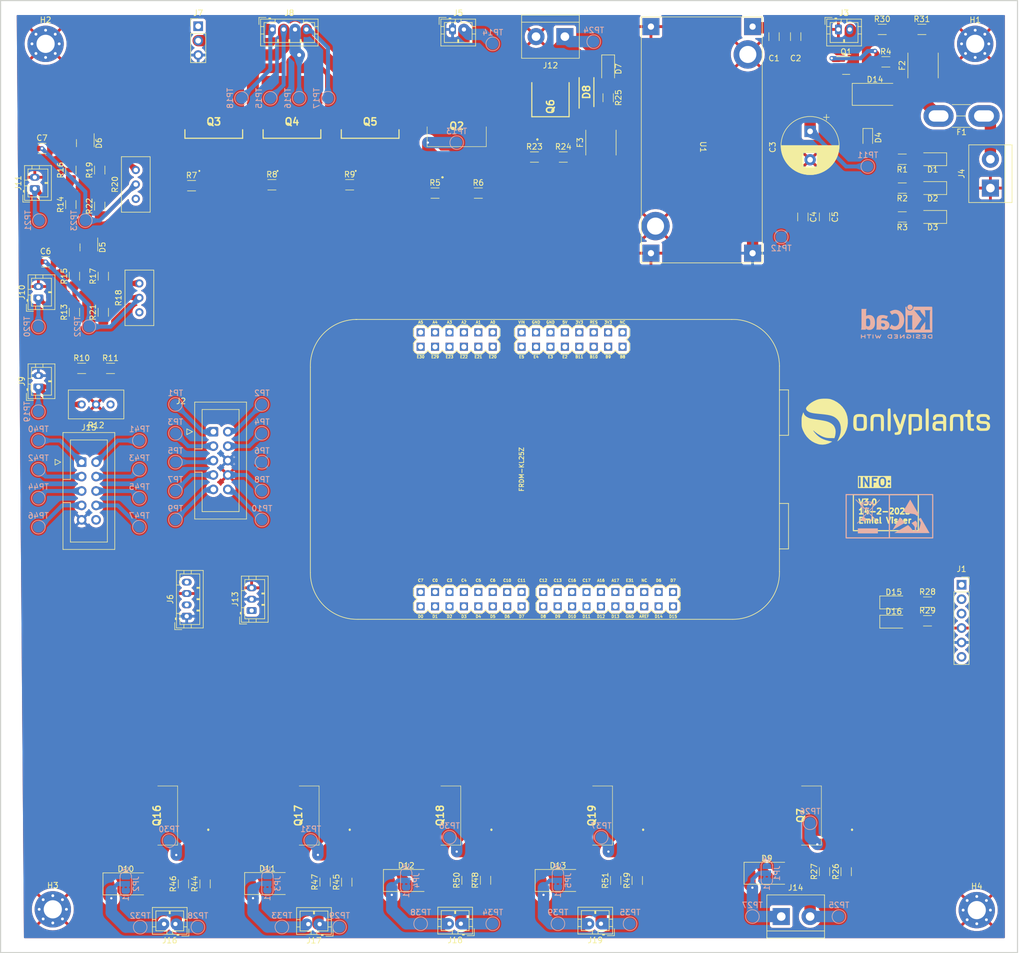
<source format=kicad_pcb>
(kicad_pcb (version 20221018) (generator pcbnew)
  (title_block (title "Greenhouse project FRDM-KL35Z hat") (date "2023-02-18") (rev "V1.0") (company "OnlyPlants") (comment 1 "Author: Emiel Visser"))
  (layers (0 "F.Cu" signal) (31 "B.Cu" signal) (34 "B.Paste" user) (35 "F.Paste" user) (36 "B.SilkS" user "B.Silkscreen") (37 "F.SilkS" user "F.Silkscreen") (38 "B.Mask" user) (39 "F.Mask" user) (44 "Edge.Cuts" user))
  (net 0 "")
  (net 22 "GNDREF")
  (net 23 "Net-(D1-A)")
  (net 24 "+12V")
  (net 25 "/Water/Pump-")
  (net 26 "/Fans/Fan1-")
  (net 27 "/Fans/Fan2-")
  (net 28 "/Fans/Fan3-")
  (net 29 "/Fans/Fan4-")
  (net 30 "THERM1")
  (net 31 "Net-(Q1-G)")
  (net 32 "/OLED_SDA")
  (net 33 "/OLED_SCL")
  (net 34 "Net-(D5-K-Pad3)")
  (net 35 "AHT_SDA")
  (net 36 "AHT_SCL")
  (net 37 "LDR_OUT")
  (net 38 "/Humidifier/MIST-")
  (net 39 "HUM_OUT")
  (net 40 "Net-(D6-K-Pad3)")
  (net 41 "Net-(D7-A)")
  (net 42 "Net-(D8-Pad1)")
  (net 43 "/Heating/BED_OUT")
  (net 44 "Net-(J7-Pin_2)")
  (net 45 "Net-(J8-Pin_3)")
  (net 46 "Net-(D2-A)")
  (net 47 "/Fans/Fan1+")
  (net 48 "/Fans/Fan2+")
  (net 49 "/Fans/Fan3+")
  (net 50 "/Fans/Fan4+")
  (net 51 "+3.3V")
  (net 52 "/BT_STATE")
  (net 53 "Net-(D3-A)")
  (net 54 "/Water/Pump+")
  (net 55 "VDC")
  (net 56 "R_IN")
  (net 57 "G_IN")
  (net 58 "B_IN")
  (net 59 "Net-(F1-Pad2)")
  (net 60 "Net-(J8-Pin_4)")
  (net 61 "/BT_RXD")
  (net 62 "SENS1")
  (net 63 "Net-(J10-Pin_1)")
  (net 64 "SENS2")
  (net 65 "Net-(Q2-Pad1)")
  (net 66 "SENS3")
  (net 67 "Net-(Q6-Pad1)")
  (net 68 "SENS4")
  (net 69 "SENS5")
  (net 70 "SENS6")
  (net 71 "SENS7")
  (net 72 "SENS8")
  (net 73 "MIST_EN")
  (net 74 "HEATER_IN")
  (net 75 "PUMP_IN")
  (net 76 "FAN1_IN")
  (net 77 "FAN2_IN")
  (net 78 "FAN3_IN")
  (net 79 "FAN4_IN")
  (net 80 "Net-(Q7-Pad1)")
  (net 81 "/BT_TXD")
  (net 82 "/BT_EN")
  (net 83 "/Power/BATT_IN")
  (net 84 "Net-(Q16-Pad1)")
  (net 85 "Net-(Q17-Pad1)")
  (net 86 "Net-(Q18-Pad1)")
  (net 87 "Net-(R10-Pad2)")
  (net 88 "Net-(R17-Pad1)")
  (net 89 "Net-(R19-Pad1)")
  (net 90 "Net-(J8-Pin_2)")
  (net 91 "Net-(J11-Pin_1)")
  (net 92 "Net-(Q19-Pad1)")
  (net 93 "+5V")
  (net 95 "Net-(D15-A)")
  (net 96 "Net-(D16-A)")
  (net 97 "/Power/BATT_EN")
  (net 98 "BATT_V")
  (net 99 "THERM2")
  (net 100 "MIST_CLK")
  (net 101 "/SW1_OUT")
  (net 102 "/SW2_OUT")
  (net 103 "/SW3_OUT")
  (net 104 "/SW4_OUT")
  (net 105 "/SW5_OUT")
  (footprint "Diode_SMD:D_SOD-323" (layer "F.Cu") (at 278.13 74.93 -90)
    (fp_text reference "D4")
    (fp_text value "BZX384-A13-QX")
  )
  (footprint "Connector_JST:JST_PH_B2B-PH-K_1x02_P2.00mm_Vertical" (layer "F.Cu") (at 206.47 213.36 180)
    (fp_text reference "J18")
    (fp_text value "Conn_01x02_Socket")
  )
  (footprint "Resistor_SMD:R_1206_3216Metric_Pad1.30x1.75mm_HandSolder" (layer "F.Cu") (at 288.645 160.02)
    (fp_text reference "R29")
    (fp_text value "5k")
  )
  (footprint "TerminalBlock:TerminalBlock_bornier-2_P5.08mm" (layer "F.Cu") (at 299.72 83.82 90)
    (fp_text reference "J4")
    (fp_text value "Screw_Terminal_01x02")
  )
  (footprint "SamacSys_Parts:IRF640S" (layer "F.Cu") (at 162.964 70.541)
    (fp_text reference "Q3")
    (fp_text value "IRF640S" hide)
  )
  (footprint "SamacSys_Parts:IRF2804STRLPBF" (layer "F.Cu") (at 154.94 194.31 90)
    (fp_text reference "Q16")
    (fp_text value "IRLZ44NSTRLPBF" hide)
  )
  (footprint "Resistor_SMD:R_1206_3216Metric_Pad1.30x1.75mm_HandSolder" (layer "F.Cu") (at 201.93 84.7)
    (fp_text reference "R5")
    (fp_text value "2.2k")
  )
  (footprint "LED_SMD:LED_1206_3216Metric_Pad1.42x1.75mm_HandSolder" (layer "F.Cu") (at 289.56 78.74 180)
    (fp_text reference "D1")
    (fp_text value "LED")
  )
  (footprint "Diode_SMD:D_2512_6332Metric_Pad1.52x3.35mm_HandSolder" (layer "F.Cu") (at 172.412441 206.28275)
    (fp_text reference "D11")
    (fp_text value "1N4007")
  )
  (footprint "Resistor_SMD:R_1206_3216Metric_Pad1.30x1.75mm_HandSolder" (layer "F.Cu") (at 224.51 78.35)
    (fp_text reference "R24")
    (fp_text value "12k")
  )
  (footprint "Capacitor_SMD:C_1206_3216Metric_Pad1.33x1.80mm_HandSolder" (layer "F.Cu") (at 265.43 57.15 -90)
    (fp_text reference "C2")
    (fp_text value "10uF")
  )
  (footprint "SamacSys_Parts:IRF640S" (layer "F.Cu") (at 176.732 70.541)
    (fp_text reference "Q4")
    (fp_text value "IRF640S" hide)
  )
  (footprint "Package_TO_SOT_SMD:SOT-23" (layer "F.Cu") (at 140.97 94.26 -90)
    (fp_text reference "D5")
    (fp_text value "BAV99")
  )
  (footprint "Connector_JST:JST_PH_B2B-PH-K_1x02_P2.00mm_Vertical" (layer "F.Cu") (at 231.14 213.36 180)
    (fp_text reference "J19")
    (fp_text value "Conn_01x02_Socket")
  )
  (footprint "Resistor_SMD:R_1206_3216Metric_Pad1.30x1.75mm_HandSolder" (layer "F.Cu") (at 284.2 83.82 180)
    (fp_text reference "R2")
    (fp_text value "4.7k")
  )
  (footprint "Resistor_SMD:R_1206_3216Metric_Pad1.30x1.75mm_HandSolder" (layer "F.Cu") (at 186.382441 206.03275 90)
    (fp_text reference "R45")
    (fp_text value "2.2k")
  )
  (footprint "Resistor_SMD:R_1206_3216Metric_Pad1.30x1.75mm_HandSolder" (layer "F.Cu") (at 210.82 205.71 90)
    (fp_text reference "R48")
    (fp_text value "2.2k")
  )
  (footprint "Package_TO_SOT_SMD:SOT-23" (layer "F.Cu") (at 274.32 62.23)
    (fp_text reference "Q1")
    (fp_text value "AO3401A")
  )
  (footprint "Resistor_SMD:R_1206_3216Metric_Pad1.30x1.75mm_HandSolder" (layer "F.Cu") (at 138.43 99.34 90)
    (fp_text reference "R15")
    (fp_text value "2.37k 1%")
  )
  (footprint "Potentiometer_THT:Potentiometer_Bourns_3296W_Vertical" (layer "F.Cu") (at 149.86 100.61 90)
    (fp_text reference "R18")
    (fp_text value "R_Variable")
  )
  (footprint "TerminalBlock:TerminalBlock_bornier-2_P5.08mm" (layer "F.Cu") (at 224.79 57.15 180)
    (fp_text reference "J12")
    (fp_text value "Screw_Terminal_01x02")
  )
  (footprint "Connector_JST:JST_PH_B2B-PH-K_1x02_P2.00mm_Vertical" (layer "F.Cu") (at 132.08 118.84 90)
    (fp_text reference "J9")
    (fp_text value "Conn_01x02_Socket")
  )
  (footprint "Resistor_SMD:R_1206_3216Metric_Pad1.30x1.75mm_HandSolder" (layer "F.Cu") (at 157.624882 206.33625 90)
    (fp_text reference "R46")
    (fp_text value "10k")
  )
  (footprint "Resistor_SMD:R_1206_3216Metric_Pad1.30x1.75mm_HandSolder" (layer "F.Cu") (at 274.32 204.19 90)
    (fp_text reference "R26")
    (fp_text value "2.2k")
  )
  (footprint "SamacSys_Parts:IRF2804STRLPBF" (layer "F.Cu") (at 179.852441 194.31 90)
    (fp_text reference "Q17")
    (fp_text value "IRLZ44NSTRLPBF" hide)
  )
  (footprint "Capacitor_SMD:C_1206_3216Metric_Pad1.33x1.80mm_HandSolder" (layer "F.Cu") (at 266.7 88.9 -90)
    (fp_text reference "C4")
    (fp_text value "10uF")
  )
  (footprint "MountingHole:MountingHole_3.2mm_M3_Pad_Via" (layer "F.Cu") (at 297.32 210.96)
    (fp_text reference "H4")
    (fp_text value "MountingHole_Pad")
  )
  (footprint "Resistor_SMD:R_1206_3216Metric_Pad1.30x1.75mm_HandSolder" (layer "F.Cu") (at 161.434882 206.33625 90)
    (fp_text reference "R44")
    (fp_text value "2.2k")
  )
  (footprint "Resistor_SMD:R_1206_3216Metric_Pad1.30x1.75mm_HandSolder" (layer "F.Cu") (at 142.88 80.65 90)
    (fp_text reference "R19")
    (fp_text value "2.37k 1%")
  )
  (footprint "MountingHole:MountingHole_3.2mm_M3_Pad_Via" (layer "F.Cu") (at 134.62 210.82)
    (fp_text reference "H3")
    (fp_text value "MountingHole_Pad")
  )
  (footprint "SamacSys_Parts:IRF2804STRLPBF" (layer "F.Cu") (at 268.3 194.31 90)
    (fp_text reference "Q7")
    (fp_text value "IRLZ44NSTRLPBF" hide)
  )
  (footprint "LED_SMD:LED_1206_3216Metric_Pad1.42x1.75mm_HandSolder" (layer "F.Cu") (at 232.41 62.83 -90)
    (fp_text reference "D7")
    (fp_text value "LED")
  )
  (footprint "SamacSys_Parts:IPD036N04LGATMA1" (layer "F.Cu") (at 222.25 73.66 -90)
    (fp_text reference "Q6")
    (fp_text value "IPD036N04LGATMA1" hide)
  )
  (footprint "Package_TO_SOT_SMD:SOT-23" (layer "F.Cu") (at 140.34 75.9025 -90)
    (fp_text reference "D6")
    (fp_text value "BAV99")
  )
  (footprint "Resistor_SMD:R_1206_3216Metric_Pad1.30x1.75mm_HandSolder" (layer "F.Cu") (at 233.726132 205.74 90)
    (fp_text reference "R51")
    (fp_text value "10k")
  )
  (footprint "Resistor_SMD:R_1206_3216Metric_Pad1.30x1.75mm_HandSolder" (layer "F.Cu") (at 143.51 105.69 90)
    (fp_text reference "R21")
    (fp_text value "0")
  )
  (footprint "Resistor_SMD:R_1206_3216Metric_Pad1.30x1.75mm_HandSolder" (layer "F.Cu") (at 237.536132 205.74 90)
    (fp_text reference "R49")
    (fp_text value "2.2k")
  )
  (footprint "LED_SMD:LED_1206_3216Metric_Pad1.42x1.75mm_HandSolder" (layer "F.Cu") (at 289.56 88.9 180)
    (fp_text reference "D3")
    (fp_text value "LED")
  )
  (footprint "TerminalBlock:TerminalBlock_bornier-2_P5.08mm" (layer "F.Cu") (at 262.89 212.09)
    (fp_text reference "J14")
    (fp_text value "Screw_Terminal_01x02")
  )
  (footprint "Connector_IDC:IDC-Header_2x05_P2.54mm_Vertical" (layer "F.Cu") (at 162.8965 126.72)
    (fp_text reference "J2")
    (fp_text value "Conn_01x10_Socket")
  )
  (footprint "Connector_JST:JST_PH_B2B-PH-K_1x02_P2.00mm_Vertical" (layer "F.Cu") (at 205.01 55.88)
    (fp_text reference "J5")
    (fp_text value "Conn_01x02_Socket")
  )
  (footprint "Diode_SMD:D_2512_6332Metric_Pad1.52x3.35mm_HandSolder" (layer "F.Cu") (at 147.464882 206.33625)
    (fp_text reference "D10")
    (fp_text value "1N4007")
  )
  (footprint "Resistor_SMD:R_1206_3216Metric_Pad1.30x1.75mm_HandSolder" (layer "F.Cu") (at 281.305 61.595)
    (fp_text reference "R4")
    (fp_text value "165")
  )
  (footprint "Resistor_SMD:R_1206_3216Metric_Pad1.30x1.75mm_HandSolder" (layer "F.Cu") (at 173.202 83.241)
    (fp_text reference "R8")
    (fp_text value "10k")
  )
  (footprint "LED_SMD:LED_1206_3216Metric_Pad1.42x1.75mm_HandSolder" (layer "F.Cu") (at 282.7 156.78)
    (fp_text reference "D15")
    (fp_text value "LED")
  )
  (footprint "Resistor_SMD:R_1206_3216Metric_Pad1.30x1.75mm_HandSolder" (layer "F.Cu") (at 209.55 84.7)
    (fp_text reference "R6")
    (fp_text value "10k")
  )
  (footprint "Resistor_SMD:R_1206_3216Metric_Pad1.30x1.75mm_HandSolder" (layer "F.Cu") (at 144.78 115.57)
    (fp_text reference "R11")
    (fp_text value "0")
  )
  (footprint "Connector_PinHeader_2.54mm:PinHeader_1x03_P2.54mm_Vertical" (layer "F.Cu") (at 160.222 55.316)
    (fp_text reference "J7")
    (fp_text value "Conn_01x03_Pin")
  )
  (footprint "Connector_PinSocket_2.54mm:PinSocket_1x06_P2.54mm_Vertical" (layer "F.Cu") (at 294.64 153.67)
    (fp_text reference "J1")
    (fp_text value "Conn_01x06_Socket")
  )
  (footprint "Resistor_SMD:R_1206_3216Metric_Pad1.30x1.75mm_HandSolder" (layer "F.Cu") (at 219.43 78.35)
    (fp_text reference "R23")
    (fp_text value "10k")
  )
  (footprint "Fuse:Fuse_Blade_Mini_directSolder" (layer "F.Cu") (at 298.59 71.12 180)
    (fp_text reference "F1")
    (fp_text value "Fuse")
  )
  (footprint "LED_SMD:LED_1206_3216Metric_Pad1.42x1.75mm_HandSolder" (layer "F.Cu") (at 289.56 83.82 180)
    (fp_text reference "D2")
    (fp_text value "LED")
  )
  (footprint "Diode_SMD:D_2512_6332Metric_Pad1.52x3.35mm_HandSolder" (layer "F.Cu") (at 279.4 67.31)
    (fp_text reference "D14")
    (fp_text value "1N4007")
  )
  (footprint "Resistor_SMD:R_1206_3216Metric_Pad1.30x1.75mm_HandSolder" (layer "F.Cu") (at 270.51 204.19 90)
    (fp_text reference "R27")
    (fp_text value "10k")
  )
  (footprint "Connector_JST:JST_PH_B2B-PH-K_1x02_P2.00mm_Vertical" (layer "F.Cu") (at 156.21 213.40125 180)
    (fp_text reference "J16")
    (fp_text value "Conn_01x02_Socket")
  )
  (footprint "User:LM2596_Buck_module" (layer "F.Cu") (at 259.54375 53.68375 -90)
    (fp_text reference "U1")
    (fp_text value "LM2596 Buck")
  )
  (footprint "Capacitor_SMD:C_1206_3216Metric_Pad1.33x1.80mm_HandSolder" (layer "F.Cu") (at 270.51 88.9 -90)
    (fp_text reference "C5")
    (fp_text value "0.1uF")
  )
  (footprint "Connector_JST:JST_PH_B4B-PH-K_1x04_P2.00mm_Vertical" (layer "F.Cu") (at 173.272 55.88)
    (fp_text reference "J8")
    (fp_text value "Conn_01x04_Socket")
  )
  (footprint "Diode_SMD:D_2512_6332Metric_Pad1.52x3.35mm_HandSolder" (layer "F.Cu") (at 196.85 205.74)
    (fp_text reference "D12")
    (fp_text value "1N4007")
  )
  (footprint "Capacitor_SMD:C_1206_3216Metric_Pad1.33x1.80mm_HandSolder" (layer "F.Cu") (at 261.62 57.15 -90)
    (fp_text reference "C1")
    (fp_text value "0.1uF")
  )
  (footprint "logo:logo" (layer "F.Cu") (at 283.21 125.095)
    (fp_text reference "G***")
    (fp_text value "LOGO" hide)
  )
  (footprint "Fuse:Fuse_2920_7451Metric_Pad2.10x5.45mm_HandSolder" (layer "F.Cu") (at 287.861 62.23 90)
    (fp_text reference "F2")
    (fp_text value "Polyfuse")
  )
  (footprint "Connector_JST:JST_PH_B2B-PH-K_1x02_P2.00mm_Vertical" (layer "F.Cu") (at 181.61 213.42475 180)
    (fp_text reference "J17")
    (fp_text value "Conn_01x02_Socket")
  )
  (footprint "MountingHole:MountingHole_3.2mm_M3_Pad_Via" (layer "F.Cu") (at 133.35 58.42)
    (fp_text reference "H2")
    (fp_text value "MountingHole_Pad")
  )
  (footprint "Resistor_SMD:R_1206_3216Metric_Pad1.30x1.75mm_HandSolder" (layer "F.Cu") (at 142.88 87 90)
    (fp_text reference "R22")
    (fp_text value "0")
  )
  (footprint "Connector_IDC:IDC-Header_2x05_P2.54mm_Vertical" (layer "F.Cu") (at 139.7 132.08)
    (fp_text reference "J15")
    (fp_text value "Conn_01x10_Socket")
  )
  (footprint "Potentiometer_THT:Potentiometer_Bourns_3296W_Vertical" (layer "F.Cu") (at 139.7 121.92 180)
    (fp_text reference "R12")
    (fp_text value "R_Variable")
  )
  (footprint "LED_SMD:LED_1206_3216Metric_Pad1.42x1.75mm_HandSolder" (layer "F.Cu") (at 282.7 160.17)
    (fp_text reference "D16")
    (fp_text value "LED")
  )
  (footprint "Resistor_SMD:R_1206_3216Metric_Pad1.30x1.75mm_HandSolder" (layer "F.Cu") (at 182.572441 206.03275 90)
    (fp_text reference "R47")
    (fp_text value "10k")
  )
  (footprint "Capacitor_SMD:C_1206_3216Metric_Pad1.33x1.80mm_HandSolder" (layer "F.Cu") (at 133.35 96.8)
    (fp_text reference "C6")
    (fp_text value "0.1uF")
  )
  (footprint "Resistor_SMD:R_1206_3216Metric_Pad1.30x1.75mm_HandSolder" (layer "F.Cu") (at 137.8 80.65 90)
    (fp_text reference "R16")
    (fp_text value "2.37k 1%")
  )
  (footprint "Resistor_SMD:R_1206_3216Metric_Pad1.30x1.75mm_HandSolder" (layer "F.Cu") (at 138.43 105.69 90)
    (fp_text reference "R13")
    (fp_text value "4.7k")
  )
  (footprint "Resistor_SMD:R_1206_3216Metric_Pad1.30x1.75mm_HandSolder" (layer "F.Cu") (at 280.67 55.88)
    (fp_text reference "R30")
    (fp_text value "49.9K")
  )
  (footprint "SamacSys_Parts:IRF2804STRLPBF" (layer "F.Cu") (at 205.74 74.87)
    (fp_text reference "Q2")
    (fp_text value "IRLZ44NSTRLPBF" hide)
  )
  (footprint "Resistor_SMD:R_1206_3216Metric_Pad1.30x1.75mm_HandSolder" (layer "F.Cu") (at 288.645 156.73)
    (fp_text reference "R28")
    (fp_text value "5k")
  )
  (footprint "MountingHole:MountingHole_3.2mm_M3_Pad_Via" (layer "F.Cu") (at 297.04 58.42)
    (fp_text reference "H1")
    (fp_text value "MountingHole_Pad")
  )
  (footprint "Fuse:Fuse_2920_7451Metric_Pad2.10x5.45mm_HandSolder" (layer "F.Cu") (at 231.14 75.81 90)
    (fp_text reference "F3")
    (fp_text value "Polyfuse")
  )
  (footprint "SamacSys_Parts:IRF2804STRLPBF" (layer "F.Cu") (at 231.516132 194.31 90)
    (fp_text reference "Q19")
    (fp_text value "IRLZ44NSTRLPBF" hide)
  )
  (footprint "Connector_JST:JST_PH_B4B-PH-K_1x04_P2.00mm_Vertical" (layer "F.Cu") (at 158.2 159.21 90)
    (fp_text reference "J6")
    (fp_text value "Conn_01x04_Socket")
  )
  (footprint "Resistor_SMD:R_1206_3216Metric_Pad1.30x1.75mm_HandSolder" (layer "F.Cu") (at 159.055 83.396)
    (fp_text reference "R7")
    (fp_text value "10k")
  )
  (footprint "Resistor_SMD:R_1206_3216Metric_Pad1.30x1.75mm_HandSolder" (layer "F.Cu") (at 139.7 115.57)
    (fp_text reference "R10")
    (fp_text value "100k")
  )
  (footprint "Connector_JST:JST_PH_B2B-PH-K_1x02_P2.00mm_Vertical" (layer "F.Cu") (at 272.955 55.88)
    (fp_text reference "J3")
    (fp_text value "Conn_01x02_Socket")
  )
  (footprint "Connector_JST:JST_PH_B2B-PH-K_1x02_P2.00mm_Vertical" (layer "F.Cu") (at 131.45 83.92 90)
    (fp_text reference "J11")
    (fp_text value "Conn_01x02_Socket")
  )
  (footprint "Capacitor_SMD:C_1206_3216Metric_Pad1.33x1.80mm_HandSolder" (layer "F.Cu") (at 132.72 76.84)
    (fp_text reference "C7")
    (fp_text value "0.1uF")
  )
  (footprint "Resistor_SMD:R_1206_3216Metric_Pad1.30x1.75mm_HandSolder" (layer "F.Cu") (at 284.2 88.9 180)
    (fp_text reference "R3")
    (fp_text value "2.2k")
  )
  (footprint "Resistor_SMD:R_1206_3216Metric_Pad1.30x1.75mm_HandSolder" (layer "F.Cu") (at 284.2 78.74 180)
    (fp_text reference "R1")
    (fp_text value "10k")
  )
  (footprint "Resistor_SMD:R_1206_3216Metric_Pad1.30x1.75mm_HandSolder" (layer "F.Cu") (at 143.51 99.34 90)
    (fp_text reference "R17")
    (fp_text value "2.37k 1%")
  )
  (footprint "FRDM-KL25Z:FRDM_KL25Z_NORMAL" (layer "F.Cu") (at 217.17 133.35 90)
    (fp_text reference "FRDM1")
    (fp_text value "FRDM-KL25Z")
  )
  (footprint "Resistor_SMD:R_1206_3216Metric_Pad1.30x1.75mm_HandSolder" (layer "F.Cu") (at 186.892 83.241)
    (fp_text reference "R9")
    (fp_text value "10k")
  )
  (footprint "Resistor_SMD:R_1206_3216Metric_Pad1.30x1.75mm_HandSolder" (layer "F.Cu") (at 207.56 205.71 90)
    (fp_text reference "R50")
    (fp_text value "10k")
  )
  (footprint "SamacSys_Parts:IRF2804STRLPBF" (layer "F.Cu") (at 204.8 194.31 90)
    (fp_text reference "Q18")
    (fp_text value "IRLZ44NSTRLPBF" hide)
  )
  (footprint "SamacSys_Parts:DIOM5126X245N" (layer "F.Cu") (at 228.6 66.92 90)
    (fp_text reference "D8")
    (fp_text value "SS54" hide)
  )
  (footprint "Potentiometer_THT:Potentiometer_Bourns_3296W_Vertical" (layer "F.Cu") (at 149.23 80.64 90)
    (fp_text reference "R20")
    (fp_text value "R_Variable")
  )
  (footprint "Capacitor_THT:CP_Radial_D10.0mm_P5.00mm" (layer "F.Cu") (at 267.97 73.832323 -90)
    (fp_text reference "C3")
    (fp_text value "1000uF")
  )
  (footprint "SamacSys_Parts:IRF640S" (layer "F.Cu") (at 190.5 70.541)
    (fp_text reference "Q5")
    (fp_text value "IRF640S" hide)
  )
  (footprint "Resistor_SMD:R_1206_3216Metric_Pad1.30x1.75mm_HandSolder" (layer "F.Cu") (at 232.41 67.91 -90)
    (fp_text reference "R25")
    (fp_text value "4.7k")
  )
  (footprint "Diode_SMD:D_2512_6332Metric_Pad1.52x3.35mm_HandSolder" (layer "F.Cu") (at 223.566132 205.74)
    (fp_text reference "D13")
    (fp_text value "1N4007")
  )
  (footprint "Connector_JST:JST_PH_B3B-PH-K_1x03_P2.00mm_Vertical" (layer "F.Cu") (at 169.63 158.21 90)
    (fp_text reference "J13")
    (fp_text value "Conn_01x03_Socket")
  )
  (footprint "Resistor_SMD:R_1206_3216Metric_Pad1.30x1.75mm_HandSolder" (layer "F.Cu") (at 137.8 86.72 90)
    (fp_text reference "R14")
    (fp_text value "4.7k")
  )
  (footprint "Connector_JST:JST_PH_B2B-PH-K_1x02_P2.00mm_Vertical" (layer "F.Cu") (at 132.08 103.15 90)
    (fp_text reference "J10")
    (fp_text value "Conn_01x02_Socket")
  )
  (footprint "Resistor_SMD:R_1206_3216Metric_Pad1.30x1.75mm_HandSolder" (layer "F.Cu") (at 287.655 55.88)
    (fp_text reference "R31")
    (fp_text value "10K")
  )
  (footprint "Diode_SMD:D_2512_6332Metric_Pad1.52x3.35mm_HandSolder" (layer "F.Cu") (at 260.35 204.47)
    (fp_text reference "D9")
    (fp_text value "1N4007")
  )
  (footprint "TestPoint:TestPoint_Pad_D2.0mm" (layer "B.Cu") (at 132.24 89.54 -90)
    (fp_text reference "TP21")
    (fp_text value "TestPoint")
  )
  (footprint "Jumper:SolderJumper-3_P1.3mm_Bridged2Bar12_RoundedPad1.0x1.5mm_NumberLabels" (layer "B.Cu") (at 196.85 205.74 90)
    (fp_text reference "JP4")
    (fp_text value "Jumper_3_Bridged12")
  )
  (footprint "Symbol:KiCad-Logo2_5mm_SilkScreen" (layer "B.Cu") (at 283.21 107.315 180)
    (fp_text reference "REF**" hide)
    (fp_text value "KiCad-Logo2_5mm_SilkScreen" hide)
  )
  (footprint "TestPoint:TestPoint_Pad_D2.0mm" (layer "B.Cu") (at 223.566132 213.36 180)
    (fp_text reference "TP39")
    (fp_text value "TestPoint")
  )
  (footprint "TestPoint:TestPoint_Pad_D2.0mm" (layer "B.Cu") (at 149.86 133.35 180)
    (fp_text reference "TP43")
    (fp_text value "TestPoint")
  )
  (footprint "TestPoint:TestPoint_Pad_D2.0mm" (layer "B.Cu") (at 171.45 127 180)
    (fp_text reference "TP4")
    (fp_text value "TestPoint")
  )
  (footprint "TestPoint:TestPoint_Pad_D2.0mm" (layer "B.Cu") (at 132.08 133.35 180)
    (fp_text reference "TP42")
    (fp_text value "TestPoint")
  )
  (footprint "TestPoint:TestPoint_Pad_D2.0mm" (layer "B.Cu") (at 231.186132 198.12 180)
    (fp_text reference "TP37")
    (fp_text value "TestPoint")
  )
  (footprint "TestPoint:TestPoint_Pad_D2.0mm" (layer "B.Cu") (at 132.08 108.23 -90)
    (fp_text reference "TP20")
    (fp_text value "TestPoint")
  )
  (footprint "TestPoint:TestPoint_Pad_D2.0mm" (layer "B.Cu") (at 204.47 198.12 180)
    (fp_text reference "TP36")
    (fp_text value "TestPoint")
  )
  (footprint "TestPoint:TestPoint_Pad_D2.0mm" (layer "B.Cu") (at 156.21 127 180)
    (fp_text reference "TP3")
    (fp_text value "TestPoint")
  )
  (footprint "TestPoint:TestPoint_Pad_D2.0mm" (layer "B.Cu") (at 149.86 143.51 180)
    (fp_text reference "TP47")
    (fp_text value "TestPoint")
  )
  (footprint "TestPoint:TestPoint_Pad_D2.0mm" (layer "B.Cu") (at 174.952441 213.93275 180)
    (fp_text reference "TP33")
    (fp_text value "TestPoint")
  )
  (footprint "TestPoint:TestPoint_Pad_D2.0mm" (layer "B.Cu") (at 156.21 132.08 180)
    (fp_text reference "TP5")
    (fp_text value "TestPoint")
  )
  (footprint "TestPoint:TestPoint_Pad_D2.0mm" (layer "B.Cu") (at 171.45 137.16 180)
    (fp_text reference "TP8")
    (fp_text value "TestPoint")
  )
  (footprint "TestPoint:TestPoint_Pad_D2.0mm" (layer "B.Cu") (at 185.112441 213.93275 180)
    (fp_text reference "TP29")
    (fp_text value "TestPoint")
  )
  (footprint "Jumper:SolderJumper-3_P1.3mm_Bridged2Bar12_RoundedPad1.0x1.5mm_NumberLabels" (layer "B.Cu") (at 147.464882 206.33625 90)
    (fp_text reference "JP2")
    (fp_text value "Jumper_3_Bridged12")
  )
  (footprint "TestPoint:TestPoint_Pad_D2.0mm" (layer "B.Cu") (at 262.89 92.4175)
    (fp_text reference "TP12")
    (fp_text value "TestPoint")
  )
  (footprint "TestPoint:TestPoint_Pad_D2.0mm" (layer "B.Cu") (at 132.08 123.19 -90)
    (fp_text reference "TP19")
    (fp_text value "TestPoint")
  )
  (footprint "TestPoint:TestPoint_Pad_D2.0mm" (layer "B.Cu") (at 278.13 80.01 180)
    (fp_text reference "TP11")
    (fp_text value "TestPoint")
  )
  (footprint "TestPoint:TestPoint_Pad_D2.0mm" (layer "B.Cu") (at 236.266132 213.36 180)
    (fp_text reference "TP35")
    (fp_text value "TestPoint")
  )
  (footprint "TestPoint:TestPoint_Pad_D2.0mm" (layer "B.Cu") (at 183.082 68.001 -90)
    (fp_text reference "TP17")
    (fp_text value "TestPoint")
  )
  (footprint "TestPoint:TestPoint_Pad_D2.0mm" (layer "B.Cu") (at 273.05 212.09 180)
    (fp_text reference "TP25")
    (fp_text value "TestPoint")
  )
  (footprint "TestPoint:TestPoint_Pad_D2.0mm" (layer "B.Cu") (at 160.164882 213.95625 180)
    (fp_text reference "TP28")
    (fp_text value "TestPoint")
  )
  (footprint "TestPoint:TestPoint_Pad_D2.0mm" (layer "B.Cu") (at 229.87 58.03 180)
    (fp_text reference "TP24")
    (fp_text value "TestPoint")
  )
  (footprint "Jumper:SolderJumper-3_P1.3mm_Bridged2Bar12_RoundedPad1.0x1.5mm_NumberLabels" (layer "B.Cu") (at 260.35 204.47 90)
    (fp_text reference "JP1")
    (fp_text value "Jumper_3_Bridged12")
  )
  (footprint "TestPoint:TestPoint_Pad_D2.0mm" (layer "B.Cu") (at 171.45 121.92 180)
    (fp_text reference "TP2")
    (fp_text value "TestPoint")
  )
  (footprint "TestPoint:TestPoint_Pad_D2.0mm" (layer "B.Cu") (at 150.004882 213.95625 180)
    (fp_text reference "TP32")
    (fp_text value "TestPoint")
  )
  (footprint "TestPoint:TestPoint_Pad_D2.0mm" (layer "B.Cu") (at 156.21 142.24 180)
    (fp_text reference "TP9")
    (fp_text value "TestPoint")
  )
  (footprint "TestPoint:TestPoint_Pad_D2.0mm" (layer "B.Cu") (at 132.08 138.43 180)
    (fp_text reference "TP44")
    (fp_text value "TestPoint")
  )
  (footprint "Jumper:SolderJumper-3_P1.3mm_Bridged2Bar12_RoundedPad1.0x1.5mm_NumberLabels" (layer "B.Cu") (at 172.412441 206.28275 90)
    (fp_text reference "JP3")
    (fp_text value "Jumper_3_Bridged12")
  )
  (footprint "TestPoint:TestPoint_Pad_D2.0mm" (layer "B.Cu") (at 132.08 143.51 180)
    (fp_text reference "TP46")
    (fp_text value "TestPoint")
  )
  (footprint "TestPoint:TestPoint_Pad_D2.0mm" (layer "B.Cu") (at 155.084882 198.71625 180)
    (fp_text reference "TP30")
    (fp_text value "TestPoint")
  )
  (footprint "TestPoint:TestPoint_Pad_D2.0mm" (layer "B.Cu") (at 149.86 138.43 180)
    (fp_text reference "TP45")
    (fp_text value "TestPoint")
  )
  (footprint "TestPoint:TestPoint_Pad_D2.0mm" (layer "B.Cu") (at 140.97 108.23 -90)
    (fp_text reference "TP22")
    (fp_text value "TestPoint")
  )
  (footprint "TestPoint:TestPoint_Pad_D2.0mm" (layer "B.Cu") (at 132.08 128.27 180)
    (fp_text reference "TP40")
    (fp_text value "TestPoint")
  )
  (footprint "TestPoint:TestPoint_Pad_D2.0mm" (layer "B.Cu") (at 149.86 128.27 180)
    (fp_text reference "TP41")
    (fp_text value "TestPoint")
  )
  (footprint "TestPoint:TestPoint_Pad_D2.0mm" (layer "B.Cu") (at 267.97 195.58 180)
    (fp_text reference "TP26")
    (fp_text value "TestPoint")
  )
  (footprint "TestPoint:TestPoint_Pad_D2.0mm" (layer "B.Cu") (at 180.032441 198.69275 180)
    (fp_text reference "TP31")
    (fp_text value "TestPoint")
  )
  (footprint "TestPoint:TestPoint_Pad_D2.0mm" (layer "B.Cu") (at 167.842 68.001 -90)
    (fp_text reference "TP18")
    (fp_text value "TestPoint")
  )
  (footprint "TestPoint:TestPoint_Pad_D2.0mm" (layer "B.Cu") (at 156.21 137.16 180)
    (fp_text reference "TP7")
    (fp_text value "TestPoint")
  )
  (footprint "TestPoint:TestPoint_Pad_D2.0mm" (layer "B.Cu") (at 257.81 212.09 180)
    (fp_text reference "TP27")
    (fp_text value "TestPoint")
  )
  (footprint "TestPoint:TestPoint_Pad_D2.0mm" (layer "B.Cu") (at 205.74 75.81 180)
    (fp_text reference "TP13")
    (fp_text value "TestPoint")
  )
  (footprint "TestPoint:TestPoint_Pad_D2.0mm" (layer "B.Cu") (at 171.45 142.24 180)
    (fp_text reference "TP10")
    (fp_text value "TestPoint")
  )
  (footprint "TestPoint:TestPoint_Pad_D2.0mm" (layer "B.Cu") (at 140.34 89.54 -90)
    (fp_text reference "TP23")
    (fp_text value "TestPoint")
  )
  (footprint "Symbol:WEEE-Logo_4.2x6mm_SilkScreen" (layer "B.Cu") (at 278.13 141.605 180)
    (fp_text reference "REF**" hide)
    (fp_text value "WEEE-Logo_4.2x6mm_SilkScreen" hide)
  )
  (footprint "TestPoint:TestPoint_Pad_D2.0mm" (layer "B.Cu") (at 199.39 213.36 180)
    (fp_text reference "TP38")
    (fp_text value "TestPoint")
  )
  (footprint "Jumper:SolderJumper-3_P1.3mm_Bridged2Bar12_RoundedPad1.0x1.5mm_NumberLabels" (layer "B.Cu") (at 223.566132 205.74 90)
    (fp_text reference "JP5")
    (fp_text value "Jumper_3_Bridged12")
  )
  (footprint "TestPoint:TestPoint_Pad_D2.0mm" (layer "B.Cu") (at 171.45 132.08 180)
    (fp_text reference "TP6")
    (fp_text value "TestPoint")
  )
  (footprint "TestPoint:TestPoint_Pad_D2.0mm" (layer "B.Cu") (at 178.002 68.001 -90)
    (fp_text reference "TP16")
    (fp_text value "TestPoint")
  )
  (footprint "Symbol:ESD-Logo_6.6x6mm_SilkScreen" (layer "B.Cu") (at 285.75 141.605 180)
    (fp_text reference "REF**" hide)
    (fp_text value "ESD-Logo_6.6x6mm_SilkScreen" hide)
  )
  (footprint "TestPoint:TestPoint_Pad_D2.0mm" (layer "B.Cu") (at 212.09 213.36 180)
    (fp_text reference "TP34")
    (fp_text value "TestPoint")
  )
  (footprint "TestPoint:TestPoint_Pad_D2.0mm" (layer "B.Cu") (at 212.09 58.42 180)
    (fp_text reference "TP14")
    (fp_text value "TestPoint")
  )
  (footprint "TestPoint:TestPoint_Pad_D2.0mm" (layer "B.Cu") (at 172.922 68.001 -90)
    (fp_text reference "TP15")
    (fp_text value "TestPoint")
  )
  (footprint "TestPoint:TestPoint_Pad_D2.0mm" (layer "B.Cu") (at 156.21 121.92 180)
    (fp_text reference "TP1")
    (fp_text value "TestPoint")
  )
  (gr_rect (start 125.421 50.8) (end 304.491 218.44) (stroke (width 0.2)) (fill none) (layer "Edge.Cuts"))
  (gr_text "INFO:    " (at 276.154286 136.525) (layer "F.SilkS" knockout) (effects (font (size 1.5 1.5) (thickness 0.3) bold) (justify left bottom)))
  (gr_text_box "" (start 274.32 137.795) (end 281.94 145.415) (layer "B.SilkS") (effects (font (size 1.5 1.5) (thickness 0.3) bold) (justify left top)) (stroke (width 0.2)))
  (gr_text_box "" (start 281.94 137.795) (end 289.56 145.415) (layer "B.SilkS") (effects (font (size 1.5 1.5) (thickness 0.3) bold) (justify left top)) (stroke (width 0.2)))
  (gr_text_box "V3.0\n14-2-2023\nEmiel Visser" (start 275.59 137.795) (end 287.02 144.145) (layer "F.SilkS") (effects (font (size 1 1) (thickness 0.25) bold) (justify left top)) (stroke (width 0.2)))
  (segment (start 171.45 137.16) (end 168.63 134.34) (width 0.7) (layer "B.Cu") (net 22))
  (segment (start 168.63 134.34) (end 165.4365 134.34) (width 0.7) (layer "B.Cu") (net 22))
  (segment (start 285.75 78.74) (end 288.0275 78.74) (width 0.7) (layer "F.Cu") (net 23))
  (segment (start 266.55375 55.5875) (end 267.97 57.00375) (width 2) (layer "F.Cu") (net 24))
  (segment (start 282.65 75.64) (end 280.67 73.66) (width 0.7) (layer "F.Cu") (net 24))
  (segment (start 278.13 73.66) (end 278.13 73.88) (width 2) (layer "F.Cu") (net 24))
  (segment (start 265.43 55.5875) (end 266.55375 55.5875) (width 2) (layer "F.Cu") (net 24))
  (segment (start 276.4125 67.31) (end 275.1425 68.58) (width 2) (layer "F.Cu") (net 24))
  (segment (start 276.4125 67.31) (end 276.4125 71.9425) (width 2) (layer "F.Cu") (net 24))
  (segment (start 282.65 78.74) (end 282.65 75.64) (width 0.7) (layer "F.Cu") (net 24))
  (segment (start 267.97 57.00375) (end 267.97 67.31) (width 2) (layer "F.Cu") (net 24))
  (segment (start 275.1425 68.58) (end 269.24 68.58) (width 2) (layer "F.Cu") (net 24))
  (segment (start 269.24 68.58) (end 267.97 67.31) (width 2) (layer "F.Cu") (net 24))
  (segment (start 280.67 73.66) (end 278.13 73.66) (width 0.7) (layer "F.Cu") (net 24))
  (segment (start 257.84375 55.38375) (end 258.0475 55.5875) (width 2) (layer "F.Cu") (net 24))
  (segment (start 276.4125 71.9425) (end 278.13 73.66) (width 2) (layer "F.Cu") (net 24))
  (segment (start 258.0475 55.5875) (end 265.0225 55.5875) (width 2) (layer "F.Cu") (net 24))
  (segment (start 267.97 67.31) (end 267.97 73.832323) (width 2) (layer "F.Cu") (net 24))
  (segment (start 268.142323 73.832323) (end 274.32 80.01) (width 0.7) (layer "B.Cu") (net 24))
  (segment (start 267.97 73.832323) (end 268.142323 73.832323) (width 0.7) (layer "B.Cu") (net 24))
  (segment (start 274.32 80.01) (end 278.13 80.01) (width 0.7) (layer "B.Cu") (net 24))
  (segment (start 261.62 202.7525) (end 263.3375 204.47) (width 2) (layer "F.Cu") (net 25))
  (segment (start 261.62 194.31) (end 261.62 202.7525) (width 2) (layer "F.Cu") (net 25))
  (segment (start 267.97 212.09) (end 267.97 209.1025) (width 2) (layer "F.Cu") (net 25))
  (segment (start 267.97 209.1025) (end 263.3375 204.47) (width 2) (layer "F.Cu") (net 25))
  (segment (start 273.05 212.09) (end 267.97 212.09) (width 2) (layer "B.Cu") (net 25))
  (segment (start 148.224882 196.17625) (end 148.224882 199.47625) (width 2) (layer "F.Cu") (net 26))
  (segment (start 148.224882 199.47625) (end 150.452382 201.70375) (width 2) (layer "F.Cu") (net 26))
  (segment (start 156.354882 211.41625) (end 151.274882 206.33625) (width 2) (layer "F.Cu") (net 26))
  (segment (start 151.274882 206.33625) (end 150.452382 206.33625) (width 2) (layer "F.Cu") (net 26))
  (segment (start 156.354882 213.40125) (end 156.354882 211.41625) (width 2) (layer "F.Cu") (net 26))
  (segment (start 150.452382 201.70375) (end 150.452382 206.33625) (width 2) (layer "F.Cu") (net 26))
  (segment (start 160.164882 213.95625) (end 156.909882 213.95625) (width 2) (layer "B.Cu") (net 26))
  (segment (start 156.909882 213.95625) (end 156.354882 213.40125) (width 2) (layer "B.Cu") (net 26))
  (segment (start 175.399941 206.28275) (end 175.399941 198.38025) (width 2) (layer "F.Cu") (net 27))
  (segment (start 175.399941 206.28275) (end 177.462441 206.28275) (width 2) (layer "F.Cu") (net 27))
  (segment (start 177.462441 206.28275) (end 181.302441 210.12275) (width 2) (layer "F.Cu") (net 27))
  (segment (start 175.399941 198.38025) (end 173.172441 196.15275) (width 2) (layer "F.Cu") (net 27))
  (segment (start 181.302441 210.12275) (end 181.302441 213.42475) (width 2) (layer "F.Cu") (net 27))
  (segment (start 182.010441 213.93275) (end 181.502441 213.42475) (width 2) (layer "B.Cu") (net 27))
  (segment (start 185.112441 213.93275) (end 182.010441 213.93275) (width 2) (layer "B.Cu") (net 27))
  (segment (start 198.12 204.0225) (end 199.8375 205.74) (width 2) (layer "F.Cu") (net 28))
  (segment (start 201.725 205.74) (end 199.8375 205.74) (width 2) (layer "F.Cu") (net 28))
  (segment (start 198.12 195.58) (end 198.12 204.0225) (width 2) (layer "F.Cu") (net 28))
  (segment (start 206.47 210.485) (end 201.725 205.74) (width 2) (layer "F.Cu") (net 28))
  (segment (start 206.47 213.36) (end 206.47 210.485) (width 2) (layer "F.Cu") (net 28))
  (segment (start 212.09 213.36) (end 206.47 213.36) (width 2) (layer "B.Cu") (net 28))
  (segment (start 231.186132 213.36) (end 231.186132 210.3725) (width 2) (layer "F.Cu") (net 29))
  (segment (start 226.553632 205.74) (end 226.553632 197.2975) (width 2) (layer "F.Cu") (net 29))
  (segment (start 231.186132 210.3725) (end 226.553632 205.74) (width 2) (layer "F.Cu") (net 29))
  (segment (start 226.553632 197.2975) (end 224.836132 195.58) (width 2) (layer "F.Cu") (net 29))
  (segment (start 236.266132 213.36) (end 231.186132 213.36) (width 2) (layer "B.Cu") (net 29))
  (segment (start 143.51 107.24) (end 147.6 103.15) (width 0.7) (layer "F.Cu") (net 30))
  (segment (start 147.6 103.15) (end 149.86 103.15) (width 0.7) (layer "F.Cu") (net 30))
  (segment (start 131.7875 96.8) (end 133.35 96.8) (width 0.7) (layer "F.Cu") (net 30))
  (via (at 133.35 96.8) (size 0.8) (drill 0.4) (layers "F.Cu" "B.Cu") (net 30))
  (segment (start 144.78 108.23) (end 149.86 103.15) (width 0.7) (layer "B.Cu") (net 30))
  (segment (start 140.97 104.42) (end 140.97 108.23) (width 0.7) (layer "B.Cu") (net 30))
  (segment (start 140.97 108.23) (end 144.78 108.23) (width 0.7) (layer "B.Cu") (net 30))
  (segment (start 133.35 96.8) (end 140.97 104.42) (width 0.7) (layer "B.Cu") (net 30))
  (segment (start 272.1 61.28) (end 271.78 60.96) (width 0.7) (layer "F.Cu") (net 31))
  (segment (start 279.755 61.625) (end 279.755 60.045) (width 0.7) (layer "F.Cu") (net 31))
  (segment (start 273.0625 61.28) (end 272.1 61.28) (width 0.7) (layer "F.Cu") (net 31))
  (segment (start 279.755 60.045) (end 279.4 59.69) (width 0.7) (layer "F.Cu") (net 31))
  (via (at 279.4 59.69) (size 0.8) (drill 0.4) (layers "F.Cu" "B.Cu") (net 31))
  (via (at 271.78 60.96) (size 0.8) (drill 0.4) (layers "F.Cu" "B.Cu") (net 31))
  (segment (start 271.78 60.96) (end 276.86 60.96) (width 0.7) (layer "B.Cu") (net 31))
  (segment (start 276.86 60.96) (end 278.13 59.69) (width 0.7) (layer "B.Cu") (net 31))
  (segment (start 278.13 59.69) (end 279.4 59.69) (width 0.7) (layer "B.Cu") (net 31))
  (segment (start 156.21 142.24) (end 161.57 136.88) (width 0.7) (layer "B.Cu") (net 32))
  (segment (start 161.57 136.88) (end 162.8965 136.88) (width 0.7) (layer "B.Cu") (net 32))
  (segment (start 166.09 136.88) (end 165.4365 136.88) (width 0.7) (layer "B.Cu") (net 33))
  (segment (start 171.45 142.24) (end 166.09 136.88) (width 0.7) (layer "B.Cu") (net 33))
  (segment (start 138.71 97.79) (end 138.43 97.79) (width 0.7) (layer "F.Cu") (net 34))
  (segment (start 140.97 95.53) (end 138.71 97.79) (width 0.7) (layer "F.Cu") (net 34))
  (segment (start 143.23 97.79) (end 140.97 95.53) (width 0.7) (layer "F.Cu") (net 34))
  (segment (start 143.51 97.79) (end 143.23 97.79) (width 0.7) (layer "F.Cu") (net 34))
  (segment (start 146.33 100.61) (end 149.86 100.61) (width 0.7) (layer "F.Cu") (net 34))
  (segment (start 143.51 97.79) (end 146.33 100.61) (width 0.7) (layer "F.Cu") (net 34))
  (segment (start 132.08 118.84) (end 135.16 121.92) (width 0.7) (layer "F.Cu") (net 37))
  (segment (start 132.08 118.84) (end 135.02 118.84) (width 0.7) (layer "F.Cu") (net 37))
  (segment (start 135.02 118.84) (end 138.29 115.57) (width 0.7) (layer "F.Cu") (net 37))
  (segment (start 135.16 121.92) (end 139.7 121.92) (width 0.7) (layer "F.Cu") (net 37))
  (segment (start 132.08 123.19) (end 132.08 118.84) (width 0.7) (layer "B.Cu") (net 37))
  (segment (start 205.74 68.19) (end 207.01 66.92) (width 2) (layer "F.Cu") (net 38))
  (segment (start 207.01 66.92) (end 207.01 55.88) (width 2) (layer "F.Cu") (net 38))
  (segment (start 207.89 56.76) (end 210.43 56.76) (width 2) (layer "B.Cu") (net 38))
  (segment (start 207.01 55.88) (end 207.89 56.76) (width 2) (layer "B.Cu") (net 38))
  (segment (start 210.43 56.76) (end 212.09 58.42) (width 2) (layer "B.Cu") (net 38))
  (segment (start 138.08 79.1) (end 140.34 76.84) (width 0.7) (layer "F.Cu") (net 40))
  (segment (start 142.88 79.1) (end 147.69 79.1) (width 0.7) (layer "F.Cu") (net 40))
  (segment (start 140.62 76.84) (end 142.88 79.1) (width 0.7) (layer "F.Cu") (net 40))
  (segment (start 137.8 79.1) (end 138.08 79.1) (width 0.7) (layer "F.Cu") (net 40))
  (segment (start 147.69 79.1) (end 149.23 80.64) (width 0.7) (layer "F.Cu") (net 40))
  (segment (start 140.34 76.84) (end 140.62 76.84) (width 0.7) (layer "F.Cu") (net 40))
  (segment (start 232.41 66.36) (end 232.41 64.3175) (width 2) (layer "F.Cu") (net 41))
  (segment (start 231.14 70.73) (end 232.41 69.46) (width 2) (layer "F.Cu") (net 42))
  (segment (start 228.6 68.97) (end 229.38 68.97) (width 2) (layer "F.Cu") (net 42))
  (segment (start 231.14 72.335) (end 231.14 70.73) (width 2) (layer "F.Cu") (net 42))
  (segment (start 229.38 68.97) (end 231.14 70.73) (width 2) (layer "F.Cu") (net 42))
  (segment (start 228.1025 61.3425) (end 232.41 61.3425) (width 2) (layer "F.Cu") (net 43))
  (segment (start 222.25 67.36) (end 222.25 60.57) (width 2) (layer "F.Cu") (net 43))
  (segment (start 224.79 58.03) (end 228.1025 61.3425) (width 2) (layer "F.Cu") (net 43))
  (segment (start 232.1275 61.3425) (end 232.41 61.3425) (width 2) (layer "F.Cu") (net 43))
  (segment (start 228.6 64.87) (end 232.1275 61.3425) (width 2) (layer "F.Cu") (net 43))
  (segment (start 222.25 60.57) (end 224.79 58.03) (width 2) (layer "F.Cu") (net 43))
  (segment (start 229.87 58.03) (end 225.67 58.03) (width 2) (layer "B.Cu") (net 43))
  (segment (start 225.67 58.03) (end 224.79 57.15) (width 2) (layer "B.Cu") (net 43))
  (segment (start 164.017 57.856) (end 165.993 55.88) (width 2) (layer "F.Cu") (net 44))
  (segment (start 165.993 55.88) (end 172.493 55.88) (width 2) (layer "F.Cu") (net 44))
  (segment (start 160.222 57.856) (end 164.017 57.856) (width 2) (layer "F.Cu") (net 44))
  (segment (start 167.842 68.001) (end 172.922 62.921) (width 0.7) (layer "B.Cu") (net 44))
  (segment (start 172.922 62.921) (end 172.922 56.23) (width 0.7) (layer "B.Cu") (net 44))
  (segment (start 172.922 56.23) (end 173.272 55.88) (width 0.7) (layer "B.Cu") (net 44))
  (segment (start 176.732 68.58) (end 176.732 61.651) (width 2) (layer "F.Cu") (net 45))
  (segment (start 176.732 61.651) (end 178.002 60.381) (width 2) (layer "F.Cu") (net 45))
  (via (at 178.002 60.381) (size 2) (drill 0.7) (layers "F.Cu" "B.Cu") (net 45))
  (segment (start 177.272 59.651) (end 178.002 60.381) (width 2) (layer "B.Cu") (net 45))
  (segment (start 178.002 68.001) (end 178.002 60.381) (width 0.7) (layer "B.Cu") (net 45))
  (segment (start 177.272 55.88) (end 177.272 59.651) (width 2) (layer "B.Cu") (net 45))
  (segment (start 285.75 83.82) (end 288.0725 83.82) (width 0.7) (layer "F.Cu") (net 46))
  (segment (start 144.477382 206.33625) (end 144.477382 208.42875) (width 2) (layer "F.Cu") (net 47))
  (segment (start 144.477382 208.42875) (end 144.924882 208.87625) (width 2) (layer "F.Cu") (net 47))
  (via (at 144.924882 208.87625) (size 0.8) (drill 0.4) (layers "F.Cu" "B.Cu") (net 47))
  (segment (start 144.924882 211.41625) (end 144.924882 208.87625) (width 2) (layer "B.Cu") (net 47))
  (segment (start 147.464882 213.95625) (end 144.924882 211.41625) (width 2) (layer "B.Cu") (net 47))
  (segment (start 147.464882 206.33625) (end 146.014882 206.33625) (width 0.7) (layer "B.Cu") (net 47))
  (segment (start 153.599882 213.95625) (end 154.154882 213.40125) (width 2) (layer "B.Cu") (net 47))
  (segment (start 144.924882 208.87625) (end 144.924882 207.60625) (width 2) (layer "B.Cu") (net 47))
  (segment (start 150.004882 213.95625) (end 153.599882 213.95625) (width 2) (layer "B.Cu") (net 47))
  (segment (start 150.004882 213.95625) (end 147.464882 213.95625) (width 2) (layer "B.Cu") (net 47))
  (segment (start 146.014882 206.33625) (end 144.924882 207.42625) (width 0.7) (layer "B.Cu") (net 47))
  (segment (start 169.424941 208.40525) (end 169.872441 208.85275) (width 2) (layer "F.Cu") (net 48))
  (segment (start 169.424941 206.28275) (end 169.424941 208.40525) (width 2) (layer "F.Cu") (net 48))
  (via (at 169.872441 208.85275) (size 0.8) (drill 0.4) (layers "F.Cu" "B.Cu") (net 48))
  (segment (start 172.412441 213.93275) (end 174.952441 213.93275) (width 2) (layer "B.Cu") (net 48))
  (segment (start 169.872441 208.85275) (end 169.872441 211.39275) (width 2) (layer "B.Cu") (net 48))
  (segment (start 174.952441 213.93275) (end 178.794441 213.93275) (width 2) (layer "B.Cu") (net 48))
  (segment (start 178.794441 213.93275) (end 179.302441 213.42475) (width 2) (layer "B.Cu") (net 48))
  (segment (start 170.962441 206.28275) (end 172.412441 206.28275) (width 0.7) (layer "B.Cu") (net 48))
  (segment (start 169.872441 211.39275) (end 172.412441 213.93275) (width 2) (layer "B.Cu") (net 48))
  (segment (start 169.872441 207.37275) (end 170.962441 206.28275) (width 0.7) (layer "B.Cu") (net 48))
  (segment (start 169.872441 207.37275) (end 169.872441 208.85275) (width 2) (layer "B.Cu") (net 48))
  (segment (start 193.8625 207.8325) (end 194.31 208.28) (width 2) (layer "F.Cu") (net 49))
  (segment (start 193.8625 205.74) (end 193.8625 207.8325) (width 2) (layer "F.Cu") (net 49))
  (via (at 194.31 208.28) (size 0.8) (drill 0.4) (layers "F.Cu" "B.Cu") (net 49))
  (segment (start 199.39 213.36) (end 204.27 213.36) (width 2) (layer "B.Cu") (net 49))
  (segment (start 195.4 205.74) (end 194.31 206.83) (width 0.7) (layer "B.Cu") (net 49))
  (segment (start 199.39 213.36) (end 196.85 213.36) (width 2) (layer "B.Cu") (net 49))
  (segment (start 194.31 206.83) (end 194.31 208.28) (width 0.7) (layer "B.Cu") (net 49))
  (segment (start 194.31 208.28) (end 194.31 207.01) (width 2) (layer "B.Cu") (net 49))
  (segment (start 196.85 205.74) (end 195.4 205.74) (width 0.7) (layer "B.Cu") (net 49))
  (segment (start 194.31 210.82) (end 194.31 208.28) (width 2) (layer "B.Cu") (net 49))
  (segment (start 196.85 213.36) (end 194.31 210.82) (width 2) (layer "B.Cu") (net 49))
  (segment (start 220.578632 207.8325) (end 221.026132 208.28) (width 2) (layer "F.Cu") (net 50))
  (segment (start 220.578632 205.74) (end 220.578632 207.8325) (width 2) (layer "F.Cu") (net 50))
  (via (at 221.026132 208.28) (size 0.8) (drill 0.4) (layers "F.Cu" "B.Cu") (net 50))
  (segment (start 223.566132 213.36) (end 222.296132 213.36) (width 2) (layer "B.Cu") (net 50))
  (segment (start 222.116132 205.74) (end 221.026132 206.83) (width 0.7) (layer "B.Cu") (net 50))
  (segment (start 222.296132 213.36) (end 221.026132 212.09) (width 2) (layer "B.Cu") (net 50))
  (segment (start 223.566132 213.36) (end 228.986132 213.36) (width 2) (layer "B.Cu") (net 50))
  (segment (start 223.566132 205.74) (end 222.116132 205.74) (width 0.7) (layer "B.Cu") (net 50))
  (segment (start 221.026132 212.09) (end 221.026132 208.28) (width 2) (layer "B.Cu") (net 50))
  (segment (start 221.026132 206.83) (end 221.026132 208.28) (width 0.7) (layer "B.Cu") (net 50))
  (segment (start 221.026132 208.28) (end 221.026132 207.01) (width 2) (layer "B.Cu") (net 50))
  (segment (start 159.03 134.34) (end 162.8965 134.34) (width 0.7) (layer "B.Cu") (net 51))
  (segment (start 156.21 137.16) (end 159.03 134.34) (width 0.7) (layer "B.Cu") (net 51))
  (segment (start 285.75 88.9) (end 288.0725 88.9) (width 0.7) (layer "F.Cu") (net 53))
  (segment (start 257.3625 206.5625) (end 257.81 207.01) (width 2) (layer "F.Cu") (net 54))
  (segment (start 257.3625 204.47) (end 257.3625 206.5625) (width 2) (layer "F.Cu") (net 54))
  (via (at 257.81 207.01) (size 0.8) (drill 0.4) (layers "F.Cu" "B.Cu") (net 54))
  (segment (start 260.35 204.47) (end 258.9 204.47) (width 0.7) (layer "B.Cu") (net 54))
  (segment (start 257.81 205.56) (end 257.81 207.01) (width 0.7) (layer "B.Cu") (net 54))
  (segment (start 258.9 204.47) (end 257.81 205.56) (width 0.7) (layer "B.Cu") (net 54))
  (segment (start 257.81 212.09) (end 257.81 207.01) (width 2) (layer "B.Cu") (net 54))
  (segment (start 257.81 212.09) (end 262.89 212.09) (width 2) (layer "B.Cu") (net 54))
  (segment (start 299.72 72.25) (end 298.59 71.12) (width 2) (layer "F.Cu") (net 55))
  (segment (start 299.72 78.74) (end 299.72 72.25) (width 2) (layer "F.Cu") (net 55))
  (segment (start 157.505 81.405) (end 160.424 78.486) (width 0.7) (layer "F.Cu") (net 56))
  (segment (start 157.505 83.396) (end 157.505 81.405) (width 0.7) (layer "F.Cu") (net 56))
  (segment (start 171.652 81.026) (end 174.192 78.486) (width 0.7) (layer "F.Cu") (net 57))
  (segment (start 171.652 83.241) (end 171.652 81.026) (width 0.7) (layer "F.Cu") (net 57))
  (segment (start 185.342 81.104) (end 187.96 78.486) (width 0.7) (layer "F.Cu") (net 58))
  (segment (start 185.342 83.241) (end 185.342 81.104) (width 0.7) (layer "F.Cu") (net 58))
  (segment (start 290.59 71.12) (end 287.861 68.391) (width 2) (layer "F.Cu") (net 59))
  (segment (start 287.861 68.391) (end 287.861 65.705) (width 2) (layer "F.Cu") (net 59))
  (segment (start 190.5 68.58) (end 179.272 57.352) (width 2) (layer "F.Cu") (net 60))
  (segment (start 179.272 57.352) (end 179.272 55.88) (width 2) (layer "F.Cu") (net 60))
  (segment (start 183.082 59.111) (end 179.851 55.88) (width 0.7) (layer "B.Cu") (net 60))
  (segment (start 179.851 55.88) (end 179.272 55.88) (width 0.7) (layer "B.Cu") (net 60))
  (segment (start 183.082 68.001) (end 183.082 59.111) (width 0.7) (layer "B.Cu") (net 60))
  (segment (start 135.89 128.27) (end 139.7 132.08) (width 0.7) (layer "B.Cu") (net 62))
  (segment (start 132.08 128.27) (end 135.89 128.27) (width 0.7) (layer "B.Cu") (net 62))
  (segment (start 138.43 104.14) (end 133.07 104.14) (width 0.7) (layer "F.Cu") (net 63))
  (segment (start 133.07 104.14) (end 132.08 103.15) (width 0.7) (layer "F.Cu") (net 63))
  (segment (start 138.43 104.14) (end 138.43 100.89) (width 0.7) (layer "F.Cu") (net 63))
  (segment (start 132.08 108.23) (end 132.08 103.15) (width 0.7) (layer "B.Cu") (net 63))
  (segment (start 149.86 128.27) (end 146.05 128.27) (width 0.7) (layer "B.Cu") (net 64))
  (segment (start 146.05 128.27) (end 142.24 132.08) (width 0.7) (layer "B.Cu") (net 64))
  (segment (start 203.2 84.42) (end 203.48 84.7) (width 2) (layer "F.Cu") (net 65))
  (segment (start 203.2 79.62) (end 203.2 84.42) (width 2) (layer "F.Cu") (net 65))
  (segment (start 203.48 84.7) (end 208 84.7) (width 2) (layer "F.Cu") (net 65))
  (segment (start 200.66 77.08) (end 203.2 79.62) (width 2) (layer "F.Cu") (net 65))
  (segment (start 200.66 75.81) (end 200.66 77.08) (width 2) (layer "F.Cu") (net 65))
  (via (at 200.66 75.81) (size 0.8) (drill 0.4) (layers "F.Cu" "B.Cu") (net 65))
  (segment (start 205.74 75.81) (end 200.66 75.81) (width 2) (layer "B.Cu") (net 65))
  (segment (start 132.08 133.35) (end 133.35 134.62) (width 0.7) (layer "B.Cu") (net 66))
  (segment (start 133.35 134.62) (end 139.7 134.62) (width 0.7) (layer "B.Cu") (net 66))
  (segment (start 219.97 77.34) (end 220.98 78.35) (width 0.7) (layer "F.Cu") (net 67))
  (segment (start 220.98 78.35) (end 222.96 78.35) (width 0.7) (layer "F.Cu") (net 67))
  (segment (start 219.97 73.66) (end 219.97 77.34) (width 0.7) (layer "F.Cu") (net 67))
  (segment (start 149.86 133.35) (end 148.59 134.62) (width 0.7) (layer "B.Cu") (net 68))
  (segment (start 148.59 134.62) (end 142.24 134.62) (width 0.7) (layer "B.Cu") (net 68))
  (segment (start 133.35 137.16) (end 135.3725 137.16) (width 0.7) (layer "B.Cu") (net 69))
  (segment (start 134.62 137.16) (end 139.7 137.16) (width 0.7) (layer "B.Cu") (net 69))
  (segment (start 132.08 138.43) (end 133.35 137.16) (width 0.7) (layer "B.Cu") (net 69))
  (segment (start 149.86 138.43) (end 149.60125 138.43) (width 0.7) (layer "B.Cu") (net 70))
  (segment (start 148.59 137.16) (end 142.24 137.16) (width 0.7) (layer "B.Cu") (net 70))
  (segment (start 149.86 138.43) (end 148.59 137.16) (width 0.7) (layer "B.Cu") (net 70))
  (segment (start 132.45625 143.51) (end 136.26625 139.7) (width 0.7) (layer "B.Cu") (net 71))
  (segment (start 136.26625 139.7) (end 139.7 139.7) (width 0.7) (layer "B.Cu") (net 71))
  (segment (start 132.08 143.51) (end 132.45625 143.51) (width 0.7) (layer "B.Cu") (net 71))
  (segment (start 149.86 143.51) (end 146.05 139.7) (width 0.7) (layer "B.Cu") (net 72))
  (segment (start 146.05 139.7) (end 142.24 139.7) (width 0.7) (layer "B.Cu") (net 72))
  (segment (start 273.05 196.85) (end 273.05 201.37) (width 2) (layer "F.Cu") (net 80))
  (segment (start 273.05 196.85) (end 270.51 199.39) (width 2) (layer "F.Cu") (net 80))
  (segment (start 270.51 199.39) (end 269.24 199.39) (width 2) (layer "F.Cu") (net 80))
  (segment (start 273.05 201.37) (end 274.32 202.64) (width 2) (layer "F.Cu") (net 80))
  (segment (start 270.51 202.64) (end 274.32 202.64) (width 2) (layer "F.Cu") (net 80))
  (via (at 269.24 199.39) (size 0.8) (drill 0.4) (layers "F.Cu" "B.Cu") (net 80))
  (segment (start 267.97 195.58) (end 267.97 198.12) (width 2) (layer "B.Cu") (net 80))
  (segment (start 267.97 198.12) (end 269.24 199.39) (width 2) (layer "B.Cu") (net 80))
  (segment (start 275.59 58.42) (end 275.59 61.8975) (width 2) (layer "F.Cu") (net 83))
  (segment (start 275.05 57.88) (end 275.59 58.42) (width 2) (layer "F.Cu") (net 83))
  (segment (start 275.05 55.88) (end 275.05 57.88) (width 2) (layer "F.Cu") (net 83))
  (segment (start 274.955 55.88) (end 279.12 55.88) (width 0.7) (layer "F.Cu") (net 83))
  (segment (start 275.59 61.8975) (end 275.2575 62.23) (width 2) (layer "F.Cu") (net 83))
  (segment (start 156.354882 201.25625) (end 157.114882 201.25625) (width 2) (layer "F.Cu") (net 84))
  (segment (start 160.164882 204.78625) (end 161.434882 204.78625) (width 2) (layer "F.Cu") (net 84))
  (segment (start 157.114882 201.25625) (end 159.69 198.681132) (width 2) (layer "F.Cu") (net 84))
  (segment (start 159.654882 196.885118) (end 159.654882 204.27625) (width 2) (layer "F.Cu") (net 84))
  (segment (start 159.69 198.681132) (end 159.69 196.85) (width 2) (layer "F.Cu") (net 84))
  (segment (start 157.624882 204.78625) (end 160.164882 204.78625) (width 2) (layer "F.Cu") (net 84))
  (segment (start 159.654882 204.27625) (end 160.164882 204.78625) (width 2) (layer "F.Cu") (net 84))
  (segment (start 159.69 196.85) (end 159.654882 196.885118) (width 2) (layer "F.Cu") (net 84))
  (via (at 156.354882 201.25625) (size 0.8) (drill 0.4) (layers "F.Cu" "B.Cu") (net 84))
  (segment (start 156.354882 199.98625) (end 156.354882 201.25625) (width 2) (layer "B.Cu") (net 84))
  (segment (start 155.084882 198.71625) (end 156.354882 199.98625) (width 2) (layer "B.Cu") (net 84))
  (segment (start 182.062441 201.23275) (end 184.602441 198.69275) (width 2) (layer "F.Cu") (net 85))
  (segment (start 184.602441 196.85) (end 184.602441 198.69275) (width 2) (layer "F.Cu") (net 85))
  (segment (start 182.572441 204.48275) (end 186.382441 204.48275) (width 2) (layer "F.Cu") (net 85))
  (segment (start 184.602441 198.69275) (end 184.602441 202.70275) (width 2) (layer "F.Cu") (net 85))
  (segment (start 184.602441 202.70275) (end 186.382441 204.48275) (width 2) (layer "F.Cu") (net 85))
  (segment (start 181.302441 201.23275) (end 182.062441 201.23275) (width 2) (layer "F.Cu") (net 85))
  (via (at 181.302441 201.23275) (size 0.8) (drill 0.4) (layers "F.Cu" "B.Cu") (net 85))
  (segment (start 180.032441 198.69275) (end 181.302441 199.96275) (width 2) (layer "B.Cu") (net 85))
  (segment (start 181.302441 199.96275) (end 181.302441 201.23275) (width 2) (layer "B.Cu") (net 85))
  (segment (start 210.82 204.16) (end 210.82 203.2) (width 2) (layer "F.Cu") (net 86))
  (segment (start 207.01 200.66) (end 205.74 200.66) (width 2) (layer "F.Cu") (net 86))
  (segment (start 209.55 198.12) (end 207.01 200.66) (width 2) (layer "F.Cu") (net 86))
  (segment (start 207.56 204.16) (end 210.82 204.16) (width 2) (layer "F.Cu") (net 86))
  (segment (start 209.55 201.93) (end 209.55 198.12) (width 2) (layer "F.Cu") (net 86))
  (segment (start 210.82 203.2) (end 209.55 201.93) (width 2) (layer "F.Cu") (net 86))
  (via (at 205.74 200.66) (size 0.8) (drill 0.4) (layers "F.Cu" "B.Cu") (net 86))
  (segment (start 205.74 199.39) (end 205.74 200.66) (width 2) (layer "B.Cu") (net 86))
  (segment (start 204.47 198.12) (end 205.74 199.39) (width 2) (layer "B.Cu") (net 86))
  (segment (start 141.25 115.57) (end 143.23 115.57) (width 0.7) (layer "F.Cu") (net 87))
  (segment (start 143.51 104.14) (end 143.51 100.89) (width 0.7) (layer "F.Cu") (net 88))
  (segment (start 142.88 85.45) (end 142.88 82.2) (width 0.7) (layer "F.Cu") (net 89))
  (segment (start 166.572 60.381) (end 162.964 63.989) (width 2) (layer "F.Cu") (net 90))
  (segment (start 162.964 63.989) (end 162.964 68.58) (width 2) (layer "F.Cu") (net 90))
  (segment (start 175.272 55.88) (end 175.272 59.083805) (width 2) (layer "F.Cu") (net 90))
  (segment (start 175.272 59.083805) (end 173.974805 60.381) (width 2) (layer "F.Cu") (net 90))
  (segment (start 173.974805 60.381) (end 166.572 60.381) (width 2) (layer "F.Cu") (net 90))
  (segment (start 175.272 65.651) (end 175.272 55.88) (width 0.7) (layer "B.Cu") (net 90))
  (segment (start 172.922 68.001) (end 175.272 65.651) (width 0.7) (layer "B.Cu") (net 90))
  (segment (start 137.8 82.2) (end 137.8 85.17) (width 0.7) (layer "F.Cu") (net 91))
  (segment (start 132.7 85.17) (end 131.45 83.92) (width 0.7) (layer "F.Cu") (net 91))
  (segment (start 137.8 85.17) (end 132.7 85.17) (width 0.7) (layer "F.Cu") (net 91))
  (segment (start 131.45 83.92) (end 131.45 88.75) (width 0.7) (layer "B.Cu") (net 91))
  (segment (start 131.45 88.75) (end 132.24 89.54) (width 0.7) (layer "B.Cu") (net 91))
  (segment (start 233.726132 200.66) (end 232.456132 200.66) (width 2) (layer "F.Cu") (net 92))
  (segment (start 236.266132 201.93) (end 236.266132 198.12) (width 2) (layer "F.Cu") (net 92))
  (segment (start 233.726132 204.19) (end 237.536132 204.19) (width 2) (layer "F.Cu") (net 92))
  (segment (start 237.536132 204.19) (end 237.536132 203.2) (width 2) (layer "F.Cu") (net 92))
  (segment (start 236.266132 198.12) (end 233.726132 200.66) (width 2) (layer "F.Cu") (net 92))
  (segment (start 237.536132 203.2) (end 236.266132 201.93) (width 2) (layer "F.Cu") (net 92))
  (via (at 232.456132 200.66) (size 0.8) (drill 0.4) (layers "F.Cu" "B.Cu") (net 92))
  (segment (start 231.186132 198.12) (end 232.456132 199.39) (width 2) (layer "B.Cu") (net 92))
  (segment (start 232.456132 199.39) (end 232.456132 200.66) (width 2) (layer "B.Cu") (net 92))
  (segment (start 282.65 83.82) (end 274.0275 83.82) (width 0.7) (layer "F.Cu") (net 93))
  (segment (start 270.51 87.3375) (end 266.7 87.3375) (width 2) (layer "F.Cu") (net 93))
  (segment (start 257.84375 91.40625) (end 261.9125 87.3375) (width 2) (layer "F.Cu") (net 93))
  (segment (start 266.7 87.3375) (end 263.545 87.3375) (width 2) (layer "F.Cu") (net 93))
  (segment (start 261.9125 87.3375) (end 263.545 87.3375) (width 2) (layer "F.Cu") (net 93))
  (segment (start 274.0275 83.82) (end 270.51 87.3375) (width 0.7) (layer "F.Cu") (net 93))
  (segment (start 257.84375 95.28375) (end 257.84375 91.40625) (width 2) (layer "F.Cu") (net 93))
  (segment (start 171.17 131.8) (end 165.4365 131.8) (width 0.7) (layer "B.Cu") (net 93))
  (segment (start 262.615 92.1425) (end 262.89 92.4175) (width 0.7) (layer "B.Cu") (net 93))
  (segment (start 171.45 132.08) (end 171.17 131.8) (width 0.7) (layer "B.Cu") (net 93))
  (segment (start 282.3875 60.6675) (end 284.3 58.755) (width 2) (layer "F.Cu") (net 97))
  (segment (start 284.3 58.755) (end 287.861 58.755) (width 2) (layer "F.Cu") (net 97))
  (segment (start 282.3875 67.31) (end 282.3875 60.6675) (width 2) (layer "F.Cu") (net 97))
  (segment (start 282.22 55.88) (end 286.105 55.88) (width 0.7) (layer "F.Cu") (net 98))
  (segment (start 142.88 88.55) (end 143.86 88.55) (width 0.7) (layer "F.Cu") (net 99))
  (segment (start 143.86 88.55) (end 149.23 83.18) (width 0.7) (layer "F.Cu") (net 99))
  (segment (start 131.1575 76.84) (end 132.72 76.84) (width 0.7) (layer "F.Cu") (net 99))
  (via (at 132.72 76.84) (size 0.8) (drill 0.4) (layers "F.Cu" "B.Cu") (net 99))
  (segment (start 132.72 76.84) (end 140.34 84.46) (width 0.7) (layer "B.Cu") (net 99))
  (segment (start 142.87 89.54) (end 149.23 83.18) (width 0.7) (layer "B.Cu") (net 99))
  (segment (start 140.34 89.54) (end 142.87 89.54) (width 0.7) (layer "B.Cu") (net 99))
  (segment (start 140.34 84.46) (end 140.34 89.54) (width 0.7) (layer "B.Cu") (net 99))
  (segment (start 161.01 126.72) (end 162.8965 126.72) (width 0.7) (layer "B.Cu") (net 101))
  (segment (start 156.21 121.92) (end 161.01 126.72) (width 0.7) (layer "B.Cu") (net 101))
  (segment (start 166.65 126.72) (end 165.4365 126.72) (width 0.7) (layer "B.Cu") (net 102))
  (segment (start 171.45 121.92) (end 166.65 126.72) (width 0.7) (layer "B.Cu") (net 102))
  (segment (start 158.47 129.26) (end 162.8965 129.26) (width 0.7) (layer "B.Cu") (net 103))
  (segment (start 156.21 127) (end 158.47 129.26) (width 0.7) (layer "B.Cu") (net 103))
  (segment (start 169.19 129.26) (end 165.4365 129.26) (width 0.7) (layer "B.Cu") (net 104))
  (segment (start 171.45 127) (end 169.19 129.26) (width 0.7) (layer "B.Cu") (net 104))
  (segment (start 162.6165 132.08) (end 162.8965 131.8) (width 0.7) (layer "B.Cu") (net 105))
  (segment (start 156.21 132.08) (end 162.6165 132.08) (width 0.7) (layer "B.Cu") (net 105))
  (zone (net 22) (net_name "GNDREF") (layer "F.Cu") (connect_pads (clearance 0.5)) (min_thickness 0.25) (fill yes (thermal_gap 0.5) (thermal_bridge_width 0.5))
    (polygon (pts (xy 128.27 53.34) (xy 302.26 53.34) (xy 302.26 215.9) (xy 129.54 215.9)))
  )
  (zone (net 93) (net_name "+5V") (layer "B.Cu") (priority 1) (connect_pads (clearance 0.5)) (min_thickness 0.25) (fill yes (thermal_gap 0.5) (thermal_bridge_width 0.5))
    (polygon (pts (xy 129.54 215.9) (xy 302.26 215.9) (xy 302.26 53.34) (xy 128.27 53.34)))
  )
)
</source>
